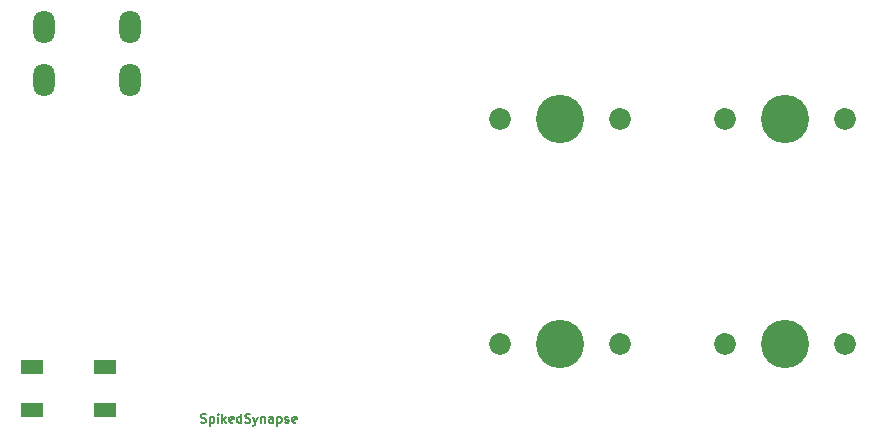
<source format=gts>
%TF.GenerationSoftware,KiCad,Pcbnew,(5.1.6)-1*%
%TF.CreationDate,2020-06-28T09:04:37-05:00*%
%TF.ProjectId,PcbTUT,50636254-5554-42e6-9b69-6361645f7063,rev?*%
%TF.SameCoordinates,Original*%
%TF.FileFunction,Soldermask,Top*%
%TF.FilePolarity,Negative*%
%FSLAX46Y46*%
G04 Gerber Fmt 4.6, Leading zero omitted, Abs format (unit mm)*
G04 Created by KiCad (PCBNEW (5.1.6)-1) date 2020-06-28 09:04:37*
%MOMM*%
%LPD*%
G01*
G04 APERTURE LIST*
%ADD10C,0.150000*%
%ADD11C,1.850000*%
%ADD12C,4.087800*%
%ADD13O,1.800000X2.800000*%
%ADD14R,1.900000X1.200000*%
G04 APERTURE END LIST*
D10*
X82314142Y-114608428D02*
X82423000Y-114644714D01*
X82604428Y-114644714D01*
X82677000Y-114608428D01*
X82713285Y-114572142D01*
X82749571Y-114499571D01*
X82749571Y-114427000D01*
X82713285Y-114354428D01*
X82677000Y-114318142D01*
X82604428Y-114281857D01*
X82459285Y-114245571D01*
X82386714Y-114209285D01*
X82350428Y-114173000D01*
X82314142Y-114100428D01*
X82314142Y-114027857D01*
X82350428Y-113955285D01*
X82386714Y-113919000D01*
X82459285Y-113882714D01*
X82640714Y-113882714D01*
X82749571Y-113919000D01*
X83076142Y-114136714D02*
X83076142Y-114898714D01*
X83076142Y-114173000D02*
X83148714Y-114136714D01*
X83293857Y-114136714D01*
X83366428Y-114173000D01*
X83402714Y-114209285D01*
X83439000Y-114281857D01*
X83439000Y-114499571D01*
X83402714Y-114572142D01*
X83366428Y-114608428D01*
X83293857Y-114644714D01*
X83148714Y-114644714D01*
X83076142Y-114608428D01*
X83765571Y-114644714D02*
X83765571Y-114136714D01*
X83765571Y-113882714D02*
X83729285Y-113919000D01*
X83765571Y-113955285D01*
X83801857Y-113919000D01*
X83765571Y-113882714D01*
X83765571Y-113955285D01*
X84128428Y-114644714D02*
X84128428Y-113882714D01*
X84201000Y-114354428D02*
X84418714Y-114644714D01*
X84418714Y-114136714D02*
X84128428Y-114427000D01*
X85035571Y-114608428D02*
X84963000Y-114644714D01*
X84817857Y-114644714D01*
X84745285Y-114608428D01*
X84709000Y-114535857D01*
X84709000Y-114245571D01*
X84745285Y-114173000D01*
X84817857Y-114136714D01*
X84963000Y-114136714D01*
X85035571Y-114173000D01*
X85071857Y-114245571D01*
X85071857Y-114318142D01*
X84709000Y-114390714D01*
X85725000Y-114644714D02*
X85725000Y-113882714D01*
X85725000Y-114608428D02*
X85652428Y-114644714D01*
X85507285Y-114644714D01*
X85434714Y-114608428D01*
X85398428Y-114572142D01*
X85362142Y-114499571D01*
X85362142Y-114281857D01*
X85398428Y-114209285D01*
X85434714Y-114173000D01*
X85507285Y-114136714D01*
X85652428Y-114136714D01*
X85725000Y-114173000D01*
X86051571Y-114608428D02*
X86160428Y-114644714D01*
X86341857Y-114644714D01*
X86414428Y-114608428D01*
X86450714Y-114572142D01*
X86487000Y-114499571D01*
X86487000Y-114427000D01*
X86450714Y-114354428D01*
X86414428Y-114318142D01*
X86341857Y-114281857D01*
X86196714Y-114245571D01*
X86124142Y-114209285D01*
X86087857Y-114173000D01*
X86051571Y-114100428D01*
X86051571Y-114027857D01*
X86087857Y-113955285D01*
X86124142Y-113919000D01*
X86196714Y-113882714D01*
X86378142Y-113882714D01*
X86487000Y-113919000D01*
X86741000Y-114136714D02*
X86922428Y-114644714D01*
X87103857Y-114136714D02*
X86922428Y-114644714D01*
X86849857Y-114826142D01*
X86813571Y-114862428D01*
X86741000Y-114898714D01*
X87394142Y-114136714D02*
X87394142Y-114644714D01*
X87394142Y-114209285D02*
X87430428Y-114173000D01*
X87503000Y-114136714D01*
X87611857Y-114136714D01*
X87684428Y-114173000D01*
X87720714Y-114245571D01*
X87720714Y-114644714D01*
X88410142Y-114644714D02*
X88410142Y-114245571D01*
X88373857Y-114173000D01*
X88301285Y-114136714D01*
X88156142Y-114136714D01*
X88083571Y-114173000D01*
X88410142Y-114608428D02*
X88337571Y-114644714D01*
X88156142Y-114644714D01*
X88083571Y-114608428D01*
X88047285Y-114535857D01*
X88047285Y-114463285D01*
X88083571Y-114390714D01*
X88156142Y-114354428D01*
X88337571Y-114354428D01*
X88410142Y-114318142D01*
X88773000Y-114136714D02*
X88773000Y-114898714D01*
X88773000Y-114173000D02*
X88845571Y-114136714D01*
X88990714Y-114136714D01*
X89063285Y-114173000D01*
X89099571Y-114209285D01*
X89135857Y-114281857D01*
X89135857Y-114499571D01*
X89099571Y-114572142D01*
X89063285Y-114608428D01*
X88990714Y-114644714D01*
X88845571Y-114644714D01*
X88773000Y-114608428D01*
X89426142Y-114608428D02*
X89498714Y-114644714D01*
X89643857Y-114644714D01*
X89716428Y-114608428D01*
X89752714Y-114535857D01*
X89752714Y-114499571D01*
X89716428Y-114427000D01*
X89643857Y-114390714D01*
X89535000Y-114390714D01*
X89462428Y-114354428D01*
X89426142Y-114281857D01*
X89426142Y-114245571D01*
X89462428Y-114173000D01*
X89535000Y-114136714D01*
X89643857Y-114136714D01*
X89716428Y-114173000D01*
X90369571Y-114608428D02*
X90297000Y-114644714D01*
X90151857Y-114644714D01*
X90079285Y-114608428D01*
X90043000Y-114535857D01*
X90043000Y-114245571D01*
X90079285Y-114173000D01*
X90151857Y-114136714D01*
X90297000Y-114136714D01*
X90369571Y-114173000D01*
X90405857Y-114245571D01*
X90405857Y-114318142D01*
X90043000Y-114390714D01*
D11*
%TO.C,MX2*%
X117792500Y-107950000D03*
X107632500Y-107950000D03*
D12*
X112712500Y-107950000D03*
%TD*%
D13*
%TO.C,USB1*%
X68994000Y-81127600D03*
X76294000Y-81127600D03*
X76294000Y-85627600D03*
X68994000Y-85627600D03*
%TD*%
D14*
%TO.C,SW1*%
X68020000Y-113610000D03*
X74220000Y-109910000D03*
X68020000Y-109910000D03*
X74220000Y-113610000D03*
%TD*%
D11*
%TO.C,MX3*%
X136842500Y-107950000D03*
X126682500Y-107950000D03*
D12*
X131762500Y-107950000D03*
%TD*%
D11*
%TO.C,MX1*%
X136842500Y-88900000D03*
X126682500Y-88900000D03*
D12*
X131762500Y-88900000D03*
%TD*%
D11*
%TO.C,MX0*%
X117792500Y-88900000D03*
X107632500Y-88900000D03*
D12*
X112712500Y-88900000D03*
%TD*%
M02*

</source>
